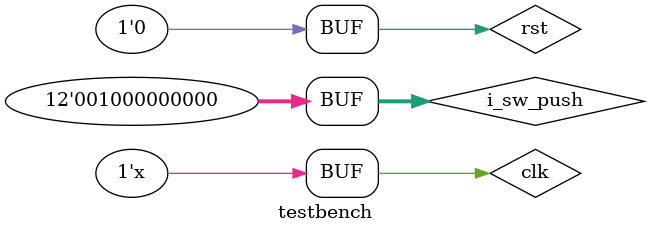
<source format=v>
`timescale 10ns / 10ps

module testbench();
reg [11:0] i_sw_push;
reg [7:0] i_sw_dip;
reg rst, clk;


wire [3:0] o_led;
wire [7:0] o_seg;

wire lcd_e, lcd_rs, lcd_rw;
wire [7:0] lcd_data;

calculator calculator(i_sw_push, i_sw_dip, rst, clk, o_led, o_seg, lcd_data, lcd_e, lcd_rs, lcd_rw);
initial begin
//    rst = 1; clk = 0; sw = 0;
//    #5 sw = 12'b1000_0000_0000; rst = 0; // 0
//    #5 sw = 12'b0100_0000_0000; // 1
//    #5 sw = 12'b0010_0000_0000; // 2
//    #5 sw = 12'b0001_0000_0000; // 3
//    #5 sw = 12'b0000_1000_0000; // 4
//    #5 sw = 12'b0000_0100_0000; // 5
//    #5 sw = 12'b0000_0010_0000; // 6
//    #5 sw = 12'b0000_0001_0000; // 7
//    #5 sw = 12'b0000_0000_1000; // 8
   
//    #5 sw = 12'b0000_0000_0100; // 9
//    #5 sw = 12'b0000_0000_0010;
//    #5 sw = 12'b0000_0000_0001;
//    #5 sw = 12'b0000_0000_0010;
//    #5 sw = 12'b0000_0000_0100; // 9
//    #5 sw = 12'b0000_0000_1000; // 8
//    #5 sw = 12'b0000_0001_0000; // 7
//    #5 sw = 12'b0000_0010_0000; // 6
//    #5 sw = 12'b0000_0100_0000; // 5
//    #5 sw = 12'b0000_1000_0000; // 4
    rst = 1; clk = 0; i_sw_push = 12'b0000_0000_0000;
    #5 i_sw_push = 12'b0010_0000_0000; rst = 0;
end

always #0.5 clk = ~clk;

endmodule

</source>
